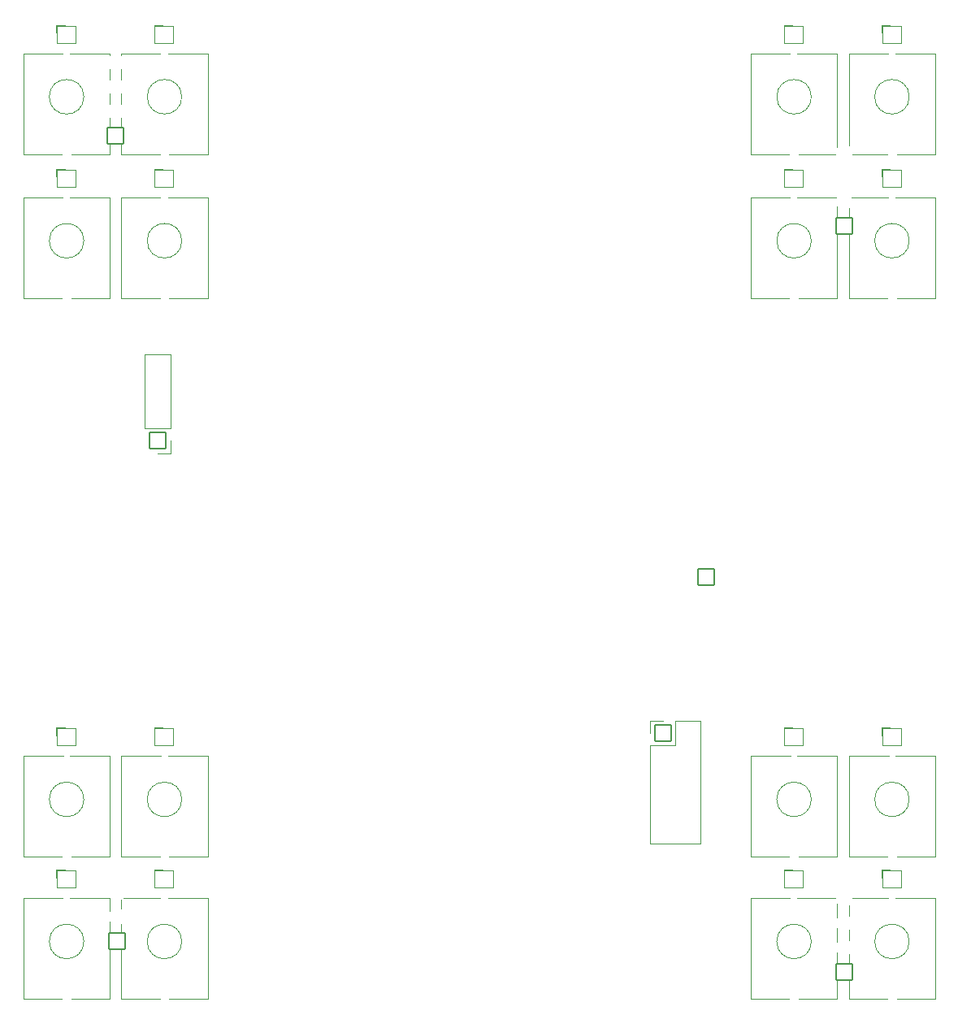
<source format=gbr>
%TF.GenerationSoftware,KiCad,Pcbnew,6.0.6+dfsg-1~bpo11+1*%
%TF.CreationDate,2023-11-30T19:30:28+01:00*%
%TF.ProjectId,touch,746f7563-682e-46b6-9963-61645f706362,rev?*%
%TF.SameCoordinates,Original*%
%TF.FileFunction,Legend,Top*%
%TF.FilePolarity,Positive*%
%FSLAX46Y46*%
G04 Gerber Fmt 4.6, Leading zero omitted, Abs format (unit mm)*
G04 Created by KiCad (PCBNEW 6.0.6+dfsg-1~bpo11+1) date 2023-11-30 19:30:28*
%MOMM*%
%LPD*%
G01*
G04 APERTURE LIST*
G04 Aperture macros list*
%AMRoundRect*
0 Rectangle with rounded corners*
0 $1 Rounding radius*
0 $2 $3 $4 $5 $6 $7 $8 $9 X,Y pos of 4 corners*
0 Add a 4 corners polygon primitive as box body*
4,1,4,$2,$3,$4,$5,$6,$7,$8,$9,$2,$3,0*
0 Add four circle primitives for the rounded corners*
1,1,$1+$1,$2,$3*
1,1,$1+$1,$4,$5*
1,1,$1+$1,$6,$7*
1,1,$1+$1,$8,$9*
0 Add four rect primitives between the rounded corners*
20,1,$1+$1,$2,$3,$4,$5,0*
20,1,$1+$1,$4,$5,$6,$7,0*
20,1,$1+$1,$6,$7,$8,$9,0*
20,1,$1+$1,$8,$9,$2,$3,0*%
G04 Aperture macros list end*
%ADD10C,0.120000*%
%ADD11RoundRect,0.051000X-0.850000X-0.850000X0.850000X-0.850000X0.850000X0.850000X-0.850000X0.850000X0*%
%ADD12O,1.802000X1.802000*%
%ADD13RoundRect,0.051000X0.850000X0.850000X-0.850000X0.850000X-0.850000X-0.850000X0.850000X-0.850000X0*%
%ADD14RoundRect,0.051000X0.965000X0.915000X-0.965000X0.915000X-0.965000X-0.915000X0.965000X-0.915000X0*%
%ADD15C,2.232000*%
%ADD16RoundRect,0.051000X0.850000X-0.850000X0.850000X0.850000X-0.850000X0.850000X-0.850000X-0.850000X0*%
G04 APERTURE END LIST*
D10*
%TO.C,J1*%
X120320000Y-123070000D02*
X122920000Y-123070000D01*
X125520000Y-120470000D02*
X125520000Y-133290000D01*
X122920000Y-123070000D02*
X122920000Y-120470000D01*
X120320000Y-133290000D02*
X125520000Y-133290000D01*
X120320000Y-123070000D02*
X120320000Y-133290000D01*
X120320000Y-121800000D02*
X120320000Y-120470000D01*
X122920000Y-120470000D02*
X125520000Y-120470000D01*
X120320000Y-120470000D02*
X121650000Y-120470000D01*
%TO.C,J2*%
X70330000Y-90030000D02*
X70330000Y-82350000D01*
X70330000Y-82350000D02*
X67670000Y-82350000D01*
X70330000Y-91300000D02*
X70330000Y-92630000D01*
X70330000Y-92630000D02*
X69000000Y-92630000D01*
X70330000Y-90030000D02*
X67670000Y-90030000D01*
X67670000Y-90030000D02*
X67670000Y-82350000D01*
%TO.C,M1*%
X139800000Y-138980000D02*
X139800000Y-149480000D01*
X139800000Y-138980000D02*
X135650000Y-138980000D01*
X139800000Y-149480000D02*
X135800000Y-149480000D01*
X134240000Y-136000000D02*
X135100000Y-136000000D01*
X134240000Y-136000000D02*
X134240000Y-136800000D01*
X130800000Y-138980000D02*
X130800000Y-149480000D01*
X134800000Y-149480000D02*
X130800000Y-149480000D01*
X134950000Y-138980000D02*
X130800000Y-138980000D01*
X137100000Y-143480000D02*
G75*
G03*
X137100000Y-143480000I-1800000J0D01*
G01*
%TO.C,M2*%
X150000000Y-138980000D02*
X150000000Y-149480000D01*
X150000000Y-149480000D02*
X146000000Y-149480000D01*
X150000000Y-138980000D02*
X145850000Y-138980000D01*
X141000000Y-138980000D02*
X141000000Y-149480000D01*
X144440000Y-136000000D02*
X144440000Y-136800000D01*
X144440000Y-136000000D02*
X145300000Y-136000000D01*
X145000000Y-149480000D02*
X141000000Y-149480000D01*
X145150000Y-138980000D02*
X141000000Y-138980000D01*
X147300000Y-143480000D02*
G75*
G03*
X147300000Y-143480000I-1800000J0D01*
G01*
%TO.C,M3*%
X141000000Y-124180000D02*
X141000000Y-134680000D01*
X145150000Y-124180000D02*
X141000000Y-124180000D01*
X150000000Y-124180000D02*
X150000000Y-134680000D01*
X150000000Y-134680000D02*
X146000000Y-134680000D01*
X150000000Y-124180000D02*
X145850000Y-124180000D01*
X145000000Y-134680000D02*
X141000000Y-134680000D01*
X144440000Y-121200000D02*
X144440000Y-122000000D01*
X144440000Y-121200000D02*
X145300000Y-121200000D01*
X147300000Y-128680000D02*
G75*
G03*
X147300000Y-128680000I-1800000J0D01*
G01*
%TO.C,M4*%
X139800000Y-124180000D02*
X135650000Y-124180000D01*
X139800000Y-124180000D02*
X139800000Y-134680000D01*
X134240000Y-121200000D02*
X135100000Y-121200000D01*
X134950000Y-124180000D02*
X130800000Y-124180000D01*
X134800000Y-134680000D02*
X130800000Y-134680000D01*
X134240000Y-121200000D02*
X134240000Y-122000000D01*
X139800000Y-134680000D02*
X135800000Y-134680000D01*
X130800000Y-124180000D02*
X130800000Y-134680000D01*
X137100000Y-128680000D02*
G75*
G03*
X137100000Y-128680000I-1800000J0D01*
G01*
%TO.C,M5*%
X65200000Y-138980000D02*
X65200000Y-149480000D01*
X74200000Y-149480000D02*
X70200000Y-149480000D01*
X68640000Y-136000000D02*
X69500000Y-136000000D01*
X69200000Y-149480000D02*
X65200000Y-149480000D01*
X69350000Y-138980000D02*
X65200000Y-138980000D01*
X68640000Y-136000000D02*
X68640000Y-136800000D01*
X74200000Y-138980000D02*
X74200000Y-149480000D01*
X74200000Y-138980000D02*
X70050000Y-138980000D01*
X71500000Y-143480000D02*
G75*
G03*
X71500000Y-143480000I-1800000J0D01*
G01*
%TO.C,M6*%
X64000000Y-138980000D02*
X59850000Y-138980000D01*
X64000000Y-149480000D02*
X60000000Y-149480000D01*
X55000000Y-138980000D02*
X55000000Y-149480000D01*
X58440000Y-136000000D02*
X58440000Y-136800000D01*
X64000000Y-138980000D02*
X64000000Y-149480000D01*
X59150000Y-138980000D02*
X55000000Y-138980000D01*
X59000000Y-149480000D02*
X55000000Y-149480000D01*
X58440000Y-136000000D02*
X59300000Y-136000000D01*
X61300000Y-143480000D02*
G75*
G03*
X61300000Y-143480000I-1800000J0D01*
G01*
%TO.C,M7*%
X59150000Y-124180000D02*
X55000000Y-124180000D01*
X59000000Y-134680000D02*
X55000000Y-134680000D01*
X58440000Y-121200000D02*
X58440000Y-122000000D01*
X64000000Y-124180000D02*
X64000000Y-134680000D01*
X55000000Y-124180000D02*
X55000000Y-134680000D01*
X58440000Y-121200000D02*
X59300000Y-121200000D01*
X64000000Y-124180000D02*
X59850000Y-124180000D01*
X64000000Y-134680000D02*
X60000000Y-134680000D01*
X61300000Y-128680000D02*
G75*
G03*
X61300000Y-128680000I-1800000J0D01*
G01*
%TO.C,M8*%
X65200000Y-124180000D02*
X65200000Y-134680000D01*
X74200000Y-124180000D02*
X74200000Y-134680000D01*
X69200000Y-134680000D02*
X65200000Y-134680000D01*
X69350000Y-124180000D02*
X65200000Y-124180000D01*
X68640000Y-121200000D02*
X69500000Y-121200000D01*
X74200000Y-134680000D02*
X70200000Y-134680000D01*
X74200000Y-124180000D02*
X70050000Y-124180000D01*
X68640000Y-121200000D02*
X68640000Y-122000000D01*
X71500000Y-128680000D02*
G75*
G03*
X71500000Y-128680000I-1800000J0D01*
G01*
%TO.C,M9*%
X74200000Y-61480000D02*
X70200000Y-61480000D01*
X68640000Y-48000000D02*
X69500000Y-48000000D01*
X65200000Y-50980000D02*
X65200000Y-61480000D01*
X74200000Y-50980000D02*
X70050000Y-50980000D01*
X74200000Y-50980000D02*
X74200000Y-61480000D01*
X69200000Y-61480000D02*
X65200000Y-61480000D01*
X68640000Y-48000000D02*
X68640000Y-48800000D01*
X69350000Y-50980000D02*
X65200000Y-50980000D01*
X71500000Y-55480000D02*
G75*
G03*
X71500000Y-55480000I-1800000J0D01*
G01*
%TO.C,M10*%
X59150000Y-50980000D02*
X55000000Y-50980000D01*
X59000000Y-61480000D02*
X55000000Y-61480000D01*
X58440000Y-48000000D02*
X59300000Y-48000000D01*
X58440000Y-48000000D02*
X58440000Y-48800000D01*
X55000000Y-50980000D02*
X55000000Y-61480000D01*
X64000000Y-50980000D02*
X59850000Y-50980000D01*
X64000000Y-61480000D02*
X60000000Y-61480000D01*
X64000000Y-50980000D02*
X64000000Y-61480000D01*
X61300000Y-55480000D02*
G75*
G03*
X61300000Y-55480000I-1800000J0D01*
G01*
%TO.C,M11*%
X64000000Y-65980000D02*
X59850000Y-65980000D01*
X59150000Y-65980000D02*
X55000000Y-65980000D01*
X64000000Y-65980000D02*
X64000000Y-76480000D01*
X55000000Y-65980000D02*
X55000000Y-76480000D01*
X64000000Y-76480000D02*
X60000000Y-76480000D01*
X58440000Y-63000000D02*
X58440000Y-63800000D01*
X58440000Y-63000000D02*
X59300000Y-63000000D01*
X59000000Y-76480000D02*
X55000000Y-76480000D01*
X61300000Y-70480000D02*
G75*
G03*
X61300000Y-70480000I-1800000J0D01*
G01*
%TO.C,M12*%
X74200000Y-76480000D02*
X70200000Y-76480000D01*
X69350000Y-65980000D02*
X65200000Y-65980000D01*
X68640000Y-63000000D02*
X69500000Y-63000000D01*
X74200000Y-65980000D02*
X74200000Y-76480000D01*
X69200000Y-76480000D02*
X65200000Y-76480000D01*
X68640000Y-63000000D02*
X68640000Y-63800000D01*
X74200000Y-65980000D02*
X70050000Y-65980000D01*
X65200000Y-65980000D02*
X65200000Y-76480000D01*
X71500000Y-70480000D02*
G75*
G03*
X71500000Y-70480000I-1800000J0D01*
G01*
%TO.C,M13*%
X139800000Y-50980000D02*
X135650000Y-50980000D01*
X139800000Y-61480000D02*
X135800000Y-61480000D01*
X139800000Y-50980000D02*
X139800000Y-61480000D01*
X134240000Y-48000000D02*
X135100000Y-48000000D01*
X134240000Y-48000000D02*
X134240000Y-48800000D01*
X134800000Y-61480000D02*
X130800000Y-61480000D01*
X134950000Y-50980000D02*
X130800000Y-50980000D01*
X130800000Y-50980000D02*
X130800000Y-61480000D01*
X137100000Y-55480000D02*
G75*
G03*
X137100000Y-55480000I-1800000J0D01*
G01*
%TO.C,M14*%
X150000000Y-50980000D02*
X150000000Y-61480000D01*
X144440000Y-48000000D02*
X144440000Y-48800000D01*
X145150000Y-50980000D02*
X141000000Y-50980000D01*
X150000000Y-61480000D02*
X146000000Y-61480000D01*
X144440000Y-48000000D02*
X145300000Y-48000000D01*
X141000000Y-50980000D02*
X141000000Y-61480000D01*
X145000000Y-61480000D02*
X141000000Y-61480000D01*
X150000000Y-50980000D02*
X145850000Y-50980000D01*
X147300000Y-55480000D02*
G75*
G03*
X147300000Y-55480000I-1800000J0D01*
G01*
%TO.C,M15*%
X145150000Y-65980000D02*
X141000000Y-65980000D01*
X150000000Y-65980000D02*
X145850000Y-65980000D01*
X144440000Y-63000000D02*
X144440000Y-63800000D01*
X144440000Y-63000000D02*
X145300000Y-63000000D01*
X150000000Y-76480000D02*
X146000000Y-76480000D01*
X145000000Y-76480000D02*
X141000000Y-76480000D01*
X150000000Y-65980000D02*
X150000000Y-76480000D01*
X141000000Y-65980000D02*
X141000000Y-76480000D01*
X147300000Y-70480000D02*
G75*
G03*
X147300000Y-70480000I-1800000J0D01*
G01*
%TO.C,M16*%
X130800000Y-65980000D02*
X130800000Y-76480000D01*
X134240000Y-63000000D02*
X134240000Y-63800000D01*
X134950000Y-65980000D02*
X130800000Y-65980000D01*
X134240000Y-63000000D02*
X135100000Y-63000000D01*
X139800000Y-76480000D02*
X135800000Y-76480000D01*
X139800000Y-65980000D02*
X139800000Y-76480000D01*
X139800000Y-65980000D02*
X135650000Y-65980000D01*
X134800000Y-76480000D02*
X130800000Y-76480000D01*
X137100000Y-70480000D02*
G75*
G03*
X137100000Y-70480000I-1800000J0D01*
G01*
%TD*%
%LPC*%
D11*
%TO.C,J1*%
X121650000Y-121800000D03*
D12*
X124190000Y-121800000D03*
X121650000Y-124340000D03*
X124190000Y-124340000D03*
X121650000Y-126880000D03*
X124190000Y-126880000D03*
X121650000Y-129420000D03*
X124190000Y-129420000D03*
X121650000Y-131960000D03*
X124190000Y-131960000D03*
%TD*%
D13*
%TO.C,J2*%
X69000000Y-91300000D03*
D12*
X69000000Y-88760000D03*
X69000000Y-86220000D03*
X69000000Y-83680000D03*
%TD*%
D14*
%TO.C,M1*%
X135300000Y-137000000D03*
D15*
X135300000Y-140100000D03*
X135300000Y-148400000D03*
%TD*%
D14*
%TO.C,M2*%
X145500000Y-137000000D03*
D15*
X145500000Y-140100000D03*
X145500000Y-148400000D03*
%TD*%
D14*
%TO.C,M3*%
X145500000Y-122200000D03*
D15*
X145500000Y-125300000D03*
X145500000Y-133600000D03*
%TD*%
D14*
%TO.C,M4*%
X135300000Y-122200000D03*
D15*
X135300000Y-125300000D03*
X135300000Y-133600000D03*
%TD*%
D14*
%TO.C,M5*%
X69700000Y-137000000D03*
D15*
X69700000Y-140100000D03*
X69700000Y-148400000D03*
%TD*%
D14*
%TO.C,M6*%
X59500000Y-137000000D03*
D15*
X59500000Y-140100000D03*
X59500000Y-148400000D03*
%TD*%
D14*
%TO.C,M7*%
X59500000Y-122200000D03*
D15*
X59500000Y-125300000D03*
X59500000Y-133600000D03*
%TD*%
D14*
%TO.C,M8*%
X69700000Y-122200000D03*
D15*
X69700000Y-125300000D03*
X69700000Y-133600000D03*
%TD*%
D14*
%TO.C,M9*%
X69700000Y-49000000D03*
D15*
X69700000Y-52100000D03*
X69700000Y-60400000D03*
%TD*%
D14*
%TO.C,M10*%
X59500000Y-49000000D03*
D15*
X59500000Y-52100000D03*
X59500000Y-60400000D03*
%TD*%
D14*
%TO.C,M11*%
X59500000Y-64000000D03*
D15*
X59500000Y-67100000D03*
X59500000Y-75400000D03*
%TD*%
D14*
%TO.C,M12*%
X69700000Y-64000000D03*
D15*
X69700000Y-67100000D03*
X69700000Y-75400000D03*
%TD*%
D14*
%TO.C,M13*%
X135300000Y-49000000D03*
D15*
X135300000Y-52100000D03*
X135300000Y-60400000D03*
%TD*%
D14*
%TO.C,M14*%
X145500000Y-49000000D03*
D15*
X145500000Y-52100000D03*
X145500000Y-60400000D03*
%TD*%
D14*
%TO.C,M15*%
X145500000Y-64000000D03*
D15*
X145500000Y-67100000D03*
X145500000Y-75400000D03*
%TD*%
D14*
%TO.C,M16*%
X135300000Y-64000000D03*
D15*
X135300000Y-67100000D03*
X135300000Y-75400000D03*
%TD*%
D16*
%TO.C,J3*%
X126100000Y-105500000D03*
D12*
X126100000Y-102960000D03*
X123560000Y-105500000D03*
X123560000Y-102960000D03*
X121020000Y-105500000D03*
X121020000Y-102960000D03*
X118480000Y-105500000D03*
X118480000Y-102960000D03*
X115940000Y-105500000D03*
X115940000Y-102960000D03*
X113400000Y-105500000D03*
X113400000Y-102960000D03*
X110860000Y-105500000D03*
X110860000Y-102960000D03*
X108320000Y-105500000D03*
X108320000Y-102960000D03*
X105780000Y-105500000D03*
X105780000Y-102960000D03*
X103240000Y-105500000D03*
X103240000Y-102960000D03*
X100700000Y-105500000D03*
X100700000Y-102960000D03*
X98160000Y-105500000D03*
X98160000Y-102960000D03*
X95620000Y-105500000D03*
X95620000Y-102960000D03*
X93080000Y-105500000D03*
X93080000Y-102960000D03*
X90540000Y-105500000D03*
X90540000Y-102960000D03*
X88000000Y-105500000D03*
X88000000Y-102960000D03*
X85460000Y-105500000D03*
X85460000Y-102960000D03*
X82920000Y-105500000D03*
X82920000Y-102960000D03*
X80380000Y-105500000D03*
X80380000Y-102960000D03*
X77840000Y-105500000D03*
X77840000Y-102960000D03*
%TD*%
D11*
%TO.C,J4*%
X140550000Y-146670000D03*
D12*
X140550000Y-144130000D03*
X140550000Y-141590000D03*
X140550000Y-139050000D03*
%TD*%
D11*
%TO.C,J5*%
X64570000Y-59570000D03*
D12*
X64570000Y-57030000D03*
X64570000Y-54490000D03*
X64570000Y-51950000D03*
%TD*%
D11*
%TO.C,J6*%
X64730000Y-143410000D03*
D12*
X64730000Y-140870000D03*
X64730000Y-138330000D03*
X64730000Y-135790000D03*
%TD*%
D11*
%TO.C,J7*%
X140570000Y-68980000D03*
D12*
X140570000Y-66440000D03*
X140570000Y-63900000D03*
X140570000Y-61360000D03*
%TD*%
M02*

</source>
